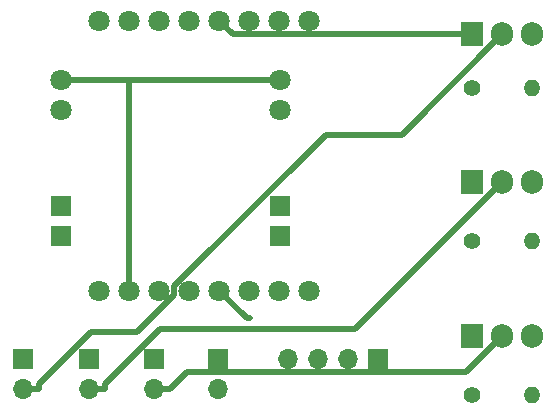
<source format=gbr>
G04 #@! TF.GenerationSoftware,KiCad,Pcbnew,(5.0.0)*
G04 #@! TF.CreationDate,2018-09-12T16:32:58-04:00*
G04 #@! TF.ProjectId,ClockClock,436C6F636B436C6F636B2E6B69636164,v1*
G04 #@! TF.SameCoordinates,Original*
G04 #@! TF.FileFunction,Copper,L1,Top,Signal*
G04 #@! TF.FilePolarity,Positive*
%FSLAX46Y46*%
G04 Gerber Fmt 4.6, Leading zero omitted, Abs format (unit mm)*
G04 Created by KiCad (PCBNEW (5.0.0)) date 09/12/18 16:32:58*
%MOMM*%
%LPD*%
G01*
G04 APERTURE LIST*
G04 #@! TA.AperFunction,ComponentPad*
%ADD10O,1.700000X1.700000*%
G04 #@! TD*
G04 #@! TA.AperFunction,ComponentPad*
%ADD11R,1.700000X1.700000*%
G04 #@! TD*
G04 #@! TA.AperFunction,ComponentPad*
%ADD12C,1.800000*%
G04 #@! TD*
G04 #@! TA.AperFunction,ComponentPad*
%ADD13R,1.800000X1.800000*%
G04 #@! TD*
G04 #@! TA.AperFunction,ComponentPad*
%ADD14O,1.400000X1.400000*%
G04 #@! TD*
G04 #@! TA.AperFunction,ComponentPad*
%ADD15C,1.400000*%
G04 #@! TD*
G04 #@! TA.AperFunction,ComponentPad*
%ADD16O,1.905000X2.000000*%
G04 #@! TD*
G04 #@! TA.AperFunction,ComponentPad*
%ADD17R,1.905000X2.000000*%
G04 #@! TD*
G04 #@! TA.AperFunction,ViaPad*
%ADD18C,0.030000*%
G04 #@! TD*
G04 #@! TA.AperFunction,Conductor*
%ADD19C,0.500000*%
G04 #@! TD*
G04 APERTURE END LIST*
D10*
G04 #@! TO.P,J1,4*
G04 #@! TO.N,Net-(J1-Pad4)*
X95380000Y-156500000D03*
G04 #@! TO.P,J1,3*
G04 #@! TO.N,Net-(J1-Pad3)*
X97920000Y-156500000D03*
G04 #@! TO.P,J1,2*
G04 #@! TO.N,Net-(J1-Pad2)*
X100460000Y-156500000D03*
D11*
G04 #@! TO.P,J1,1*
G04 #@! TO.N,GND*
X103000000Y-156500000D03*
G04 #@! TD*
D12*
G04 #@! TO.P,U2,8*
G04 #@! TO.N,Net-(U2-Pad8)*
X97225000Y-150687000D03*
G04 #@! TO.P,U2,9*
G04 #@! TO.N,Net-(U2-Pad9)*
X97225000Y-127827000D03*
G04 #@! TO.P,U2,7*
G04 #@! TO.N,Net-(U2-Pad7)*
X94685000Y-150687000D03*
G04 #@! TO.P,U2,10*
G04 #@! TO.N,Net-(U2-Pad10)*
X94685000Y-127827000D03*
G04 #@! TO.P,U2,6*
G04 #@! TO.N,Net-(J1-Pad3)*
X92145000Y-150687000D03*
G04 #@! TO.P,U2,11*
G04 #@! TO.N,Net-(U2-Pad11)*
X92145000Y-127827000D03*
G04 #@! TO.P,U2,5*
G04 #@! TO.N,Net-(J1-Pad4)*
X89605000Y-150687000D03*
G04 #@! TO.P,U2,12*
G04 #@! TO.N,Net-(LED1-Pad1)*
X89605000Y-127827000D03*
G04 #@! TO.P,U2,4*
G04 #@! TO.N,Net-(U2-Pad4)*
X87065000Y-150687000D03*
G04 #@! TO.P,U2,13*
G04 #@! TO.N,Net-(Q2-Pad1)*
X87065000Y-127827000D03*
G04 #@! TO.P,U2,3*
G04 #@! TO.N,Net-(U2-Pad3)*
X84525000Y-150687000D03*
G04 #@! TO.P,U2,14*
G04 #@! TO.N,Net-(BUZZ1-Pad1)*
X84525000Y-127827000D03*
G04 #@! TO.P,U2,2*
G04 #@! TO.N,GND*
X81985000Y-150687000D03*
G04 #@! TO.P,U2,15*
G04 #@! TO.N,Net-(U2-Pad15)*
X81985000Y-127827000D03*
G04 #@! TO.P,U2,1*
G04 #@! TO.N,Net-(U2-Pad1)*
X79445000Y-150687000D03*
G04 #@! TO.P,U2,16*
G04 #@! TO.N,Net-(J1-Pad2)*
X79445000Y-127827000D03*
G04 #@! TD*
D13*
G04 #@! TO.P,U1,5*
G04 #@! TO.N,Net-(J2-Pad1)*
X94771000Y-146104000D03*
G04 #@! TO.P,U1,6*
G04 #@! TO.N,Net-(U1-Pad6)*
X94771000Y-143564000D03*
G04 #@! TO.P,U1,1*
G04 #@! TO.N,+12V*
X76229000Y-146104000D03*
G04 #@! TO.P,U1,2*
G04 #@! TO.N,Net-(U1-Pad2)*
X76229000Y-143564000D03*
D12*
G04 #@! TO.P,U1,8*
G04 #@! TO.N,GND*
X94771000Y-132896000D03*
G04 #@! TO.P,U1,7*
G04 #@! TO.N,Net-(U1-Pad7)*
X94771000Y-135436000D03*
G04 #@! TO.P,U1,3*
G04 #@! TO.N,Net-(U1-Pad3)*
X76229000Y-135436000D03*
G04 #@! TO.P,U1,4*
G04 #@! TO.N,GND*
X76229000Y-132896000D03*
G04 #@! TD*
D10*
G04 #@! TO.P,J5,2*
G04 #@! TO.N,Net-(J5-Pad2)*
X73000000Y-159040000D03*
D11*
G04 #@! TO.P,J5,1*
G04 #@! TO.N,+12V*
X73000000Y-156500000D03*
G04 #@! TD*
D10*
G04 #@! TO.P,J4,2*
G04 #@! TO.N,Net-(J4-Pad2)*
X78539000Y-159040000D03*
D11*
G04 #@! TO.P,J4,1*
G04 #@! TO.N,+12V*
X78539000Y-156500000D03*
G04 #@! TD*
D10*
G04 #@! TO.P,J3,2*
G04 #@! TO.N,Net-(J3-Pad2)*
X84088000Y-159040000D03*
D11*
G04 #@! TO.P,J3,1*
G04 #@! TO.N,+12V*
X84088000Y-156500000D03*
G04 #@! TD*
D10*
G04 #@! TO.P,J2,2*
G04 #@! TO.N,Net-(J1-Pad2)*
X89500000Y-159040000D03*
D11*
G04 #@! TO.P,J2,1*
G04 #@! TO.N,Net-(J2-Pad1)*
X89500000Y-156500000D03*
G04 #@! TD*
D14*
G04 #@! TO.P,BUZZ1,2*
G04 #@! TO.N,GND*
X116080000Y-159516000D03*
D15*
G04 #@! TO.P,BUZZ1,1*
G04 #@! TO.N,Net-(BUZZ1-Pad1)*
X111000000Y-159516000D03*
G04 #@! TD*
D14*
G04 #@! TO.P,LED1,2*
G04 #@! TO.N,GND*
X116080000Y-133500000D03*
D15*
G04 #@! TO.P,LED1,1*
G04 #@! TO.N,Net-(LED1-Pad1)*
X111000000Y-133500000D03*
G04 #@! TD*
D16*
G04 #@! TO.P,Q1,3*
G04 #@! TO.N,GND*
X116080000Y-154516000D03*
G04 #@! TO.P,Q1,2*
G04 #@! TO.N,Net-(J3-Pad2)*
X113540000Y-154516000D03*
D17*
G04 #@! TO.P,Q1,1*
G04 #@! TO.N,Net-(BUZZ1-Pad1)*
X111000000Y-154516000D03*
G04 #@! TD*
D16*
G04 #@! TO.P,Q2,3*
G04 #@! TO.N,GND*
X116080000Y-141500000D03*
G04 #@! TO.P,Q2,2*
G04 #@! TO.N,Net-(J4-Pad2)*
X113540000Y-141500000D03*
D17*
G04 #@! TO.P,Q2,1*
G04 #@! TO.N,Net-(Q2-Pad1)*
X111000000Y-141500000D03*
G04 #@! TD*
D16*
G04 #@! TO.P,Q3,3*
G04 #@! TO.N,GND*
X116080000Y-129000000D03*
G04 #@! TO.P,Q3,2*
G04 #@! TO.N,Net-(J5-Pad2)*
X113540000Y-129000000D03*
D17*
G04 #@! TO.P,Q3,1*
G04 #@! TO.N,Net-(LED1-Pad1)*
X111000000Y-129000000D03*
G04 #@! TD*
D14*
G04 #@! TO.P,VIBE1,2*
G04 #@! TO.N,GND*
X116080000Y-146500000D03*
D15*
G04 #@! TO.P,VIBE1,1*
G04 #@! TO.N,Net-(Q2-Pad1)*
X111000000Y-146500000D03*
G04 #@! TD*
D18*
G04 #@! TO.N,Net-(J1-Pad4)*
X92198200Y-152993200D03*
G04 #@! TD*
D19*
G04 #@! TO.N,GND*
X81985000Y-132896000D02*
X81985000Y-150687000D01*
X81985000Y-132896000D02*
X94771000Y-132896000D01*
X76229000Y-132896000D02*
X81985000Y-132896000D01*
G04 #@! TO.N,Net-(J1-Pad4)*
X89605000Y-150687000D02*
X91911200Y-152993200D01*
X91911200Y-152993200D02*
X92198200Y-152993200D01*
G04 #@! TO.N,Net-(J3-Pad2)*
X84088000Y-159040000D02*
X85438000Y-159040000D01*
X113540000Y-154516000D02*
X110445600Y-157610400D01*
X110445600Y-157610400D02*
X86867600Y-157610400D01*
X86867600Y-157610400D02*
X85438000Y-159040000D01*
G04 #@! TO.N,Net-(J4-Pad2)*
X78539000Y-159040000D02*
X79889000Y-159040000D01*
X113540000Y-141500000D02*
X101094400Y-153945600D01*
X101094400Y-153945600D02*
X84563800Y-153945600D01*
X84563800Y-153945600D02*
X79889000Y-158620400D01*
X79889000Y-158620400D02*
X79889000Y-159040000D01*
G04 #@! TO.N,Net-(J5-Pad2)*
X73000000Y-159040000D02*
X74350000Y-159040000D01*
X113540000Y-129000000D02*
X105070600Y-137469400D01*
X105070600Y-137469400D02*
X98614200Y-137469400D01*
X98614200Y-137469400D02*
X85795000Y-150288600D01*
X85795000Y-150288600D02*
X85795000Y-151068100D01*
X85795000Y-151068100D02*
X82655200Y-154207900D01*
X82655200Y-154207900D02*
X78762500Y-154207900D01*
X78762500Y-154207900D02*
X74350000Y-158620400D01*
X74350000Y-158620400D02*
X74350000Y-159040000D01*
G04 #@! TO.N,Net-(LED1-Pad1)*
X111000000Y-129000000D02*
X90778000Y-129000000D01*
X90778000Y-129000000D02*
X89605000Y-127827000D01*
G04 #@! TD*
M02*

</source>
